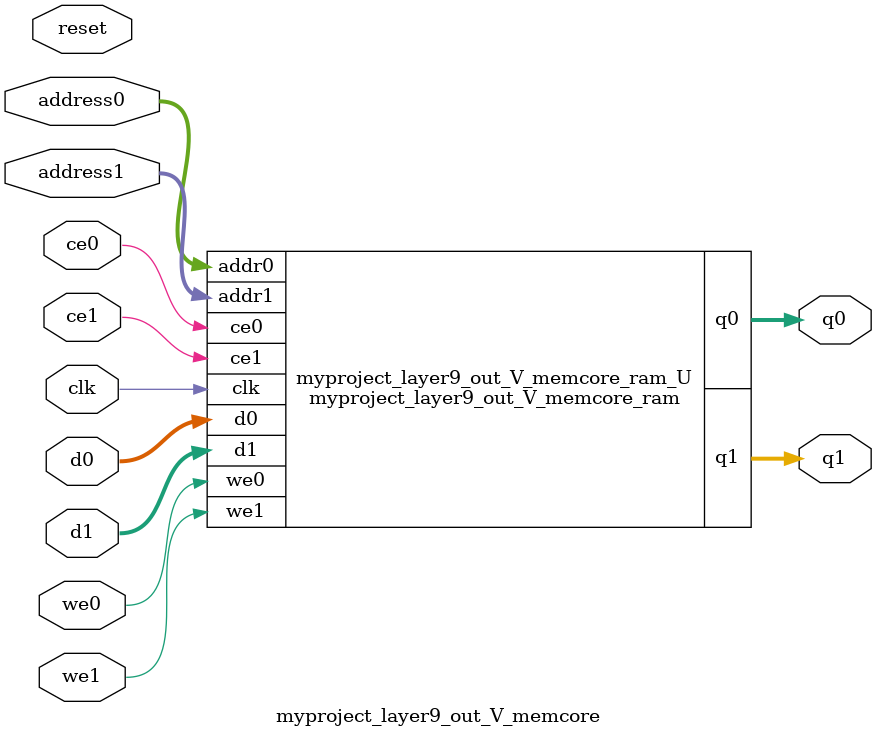
<source format=v>
`timescale 1 ns / 1 ps
module myproject_layer9_out_V_memcore_ram (addr0, ce0, d0, we0, q0, addr1, ce1, d1, we1, q1,  clk);

parameter DWIDTH = 11;
parameter AWIDTH = 13;
parameter MEM_SIZE = 5408;

input[AWIDTH-1:0] addr0;
input ce0;
input[DWIDTH-1:0] d0;
input we0;
output reg[DWIDTH-1:0] q0;
input[AWIDTH-1:0] addr1;
input ce1;
input[DWIDTH-1:0] d1;
input we1;
output reg[DWIDTH-1:0] q1;
input clk;

(* ram_style = "block" *)reg [DWIDTH-1:0] ram[0:MEM_SIZE-1];




always @(posedge clk)  
begin 
    if (ce0) 
    begin
        if (we0) 
        begin 
            ram[addr0] <= d0; 
        end 
        q0 <= ram[addr0];
    end
end


always @(posedge clk)  
begin 
    if (ce1) 
    begin
        if (we1) 
        begin 
            ram[addr1] <= d1; 
        end 
        q1 <= ram[addr1];
    end
end


endmodule

`timescale 1 ns / 1 ps
module myproject_layer9_out_V_memcore(
    reset,
    clk,
    address0,
    ce0,
    we0,
    d0,
    q0,
    address1,
    ce1,
    we1,
    d1,
    q1);

parameter DataWidth = 32'd11;
parameter AddressRange = 32'd5408;
parameter AddressWidth = 32'd13;
input reset;
input clk;
input[AddressWidth - 1:0] address0;
input ce0;
input we0;
input[DataWidth - 1:0] d0;
output[DataWidth - 1:0] q0;
input[AddressWidth - 1:0] address1;
input ce1;
input we1;
input[DataWidth - 1:0] d1;
output[DataWidth - 1:0] q1;



myproject_layer9_out_V_memcore_ram myproject_layer9_out_V_memcore_ram_U(
    .clk( clk ),
    .addr0( address0 ),
    .ce0( ce0 ),
    .we0( we0 ),
    .d0( d0 ),
    .q0( q0 ),
    .addr1( address1 ),
    .ce1( ce1 ),
    .we1( we1 ),
    .d1( d1 ),
    .q1( q1 ));

endmodule


</source>
